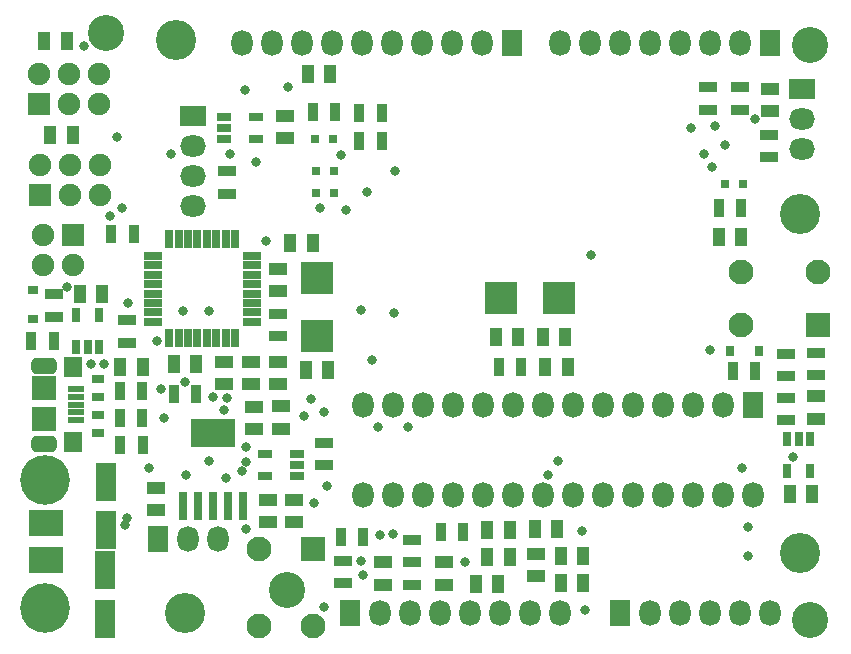
<source format=gts>
G04*
G04 #@! TF.GenerationSoftware,Altium Limited,Altium Designer,20.1.7 (139)*
G04*
G04 Layer_Color=8388736*
%FSLAX44Y44*%
%MOMM*%
G71*
G04*
G04 #@! TF.SameCoordinates,E8198626-57D4-45C4-B418-2AD32184AFD2*
G04*
G04*
G04 #@! TF.FilePolarity,Negative*
G04*
G01*
G75*
%ADD37C,3.0480*%
%ADD38R,0.7588X0.8858*%
%ADD39R,2.1000X2.1000*%
%ADD40R,1.6000X1.8000*%
%ADD41R,1.4500X0.5000*%
%ADD42R,0.8858X0.7588*%
%ADD43R,0.8000X0.8000*%
%ADD44R,1.5000X0.9000*%
%ADD45R,1.5000X1.1000*%
%ADD46R,0.9000X1.5000*%
%ADD47R,1.2000X0.7500*%
%ADD48R,0.6700X1.6200*%
%ADD49R,1.1000X1.5000*%
%ADD50R,0.7500X1.2000*%
%ADD51R,1.6200X0.6700*%
%ADD52R,1.1000X0.8000*%
%ADD53R,3.7000X2.4000*%
%ADD54R,1.8000X3.2000*%
%ADD55R,0.8000X2.4000*%
%ADD56R,2.7000X2.8000*%
%ADD57R,2.8000X2.7000*%
%ADD58R,2.9000X2.2000*%
%ADD59O,1.8000X2.2000*%
%ADD60R,1.8000X2.2000*%
%ADD61C,3.4000*%
G04:AMPARAMS|DCode=62|XSize=2.2mm|YSize=1.4mm|CornerRadius=0.46mm|HoleSize=0mm|Usage=FLASHONLY|Rotation=0.000|XOffset=0mm|YOffset=0mm|HoleType=Round|Shape=RoundedRectangle|*
%AMROUNDEDRECTD62*
21,1,2.2000,0.4800,0,0,0.0*
21,1,1.2800,1.4000,0,0,0.0*
1,1,0.9200,0.6400,-0.2400*
1,1,0.9200,-0.6400,-0.2400*
1,1,0.9200,-0.6400,0.2400*
1,1,0.9200,0.6400,0.2400*
%
%ADD62ROUNDEDRECTD62*%
%ADD63C,2.1000*%
%ADD64R,2.1000X2.1000*%
%ADD65R,1.9000X1.9000*%
%ADD66C,1.9000*%
%ADD67O,2.2000X1.8000*%
%ADD68R,2.2000X1.8000*%
%ADD69C,4.2000*%
%ADD70C,0.8000*%
D37*
X72500Y516500D02*
D03*
X669000Y506000D02*
D03*
X226000Y45000D02*
D03*
X669000Y20000D02*
D03*
D38*
X600808Y247500D02*
D03*
X625192D02*
D03*
D39*
X20500Y190000D02*
D03*
Y216000D02*
D03*
X247500Y79500D02*
D03*
D40*
X45000Y170000D02*
D03*
Y234000D02*
D03*
D41*
X47250Y189000D02*
D03*
Y195500D02*
D03*
Y202000D02*
D03*
Y208500D02*
D03*
Y215000D02*
D03*
D42*
X10500Y274808D02*
D03*
Y299192D02*
D03*
D43*
X596500Y389000D02*
D03*
X611500D02*
D03*
X264500Y427000D02*
D03*
X249500D02*
D03*
X250500Y400000D02*
D03*
X265500D02*
D03*
Y381000D02*
D03*
X250500D02*
D03*
D44*
X674000Y246000D02*
D03*
Y227000D02*
D03*
X273000Y69500D02*
D03*
X257000Y150500D02*
D03*
X634000Y430500D02*
D03*
X28500Y276500D02*
D03*
X257000Y169500D02*
D03*
X582000Y470500D02*
D03*
X609000D02*
D03*
X634000Y411500D02*
D03*
X648000Y245000D02*
D03*
Y188500D02*
D03*
X609000Y451500D02*
D03*
X582000D02*
D03*
X175000Y380500D02*
D03*
X90000Y273500D02*
D03*
X218440Y278740D02*
D03*
Y259740D02*
D03*
X332000Y87500D02*
D03*
Y68500D02*
D03*
D03*
X273000Y50500D02*
D03*
X648000Y226000D02*
D03*
X28500Y295500D02*
D03*
X648000Y207500D02*
D03*
X90000Y254500D02*
D03*
X175000Y399500D02*
D03*
X332000Y49500D02*
D03*
D45*
X673500Y190000D02*
D03*
Y209000D02*
D03*
X232000Y102500D02*
D03*
X635000Y469500D02*
D03*
X232000Y121500D02*
D03*
X307000Y68500D02*
D03*
X359000D02*
D03*
X224000Y446500D02*
D03*
X218440Y316840D02*
D03*
X195580Y219100D02*
D03*
X218440D02*
D03*
X172720D02*
D03*
X221000Y200500D02*
D03*
X115000Y131500D02*
D03*
X210000Y121500D02*
D03*
X635000Y450500D02*
D03*
X115000Y112500D02*
D03*
X172720Y238100D02*
D03*
X436880Y56540D02*
D03*
X198120Y181000D02*
D03*
X221000Y181500D02*
D03*
X224000Y427500D02*
D03*
X307000Y49500D02*
D03*
X436880Y75540D02*
D03*
X198120Y200000D02*
D03*
X218440Y297840D02*
D03*
X195580Y238100D02*
D03*
X218440D02*
D03*
X359000Y49500D02*
D03*
X210000Y102500D02*
D03*
D46*
X290500Y90000D02*
D03*
X271500D02*
D03*
X103480Y190500D02*
D03*
Y213360D02*
D03*
X356260Y93980D02*
D03*
X375260D02*
D03*
X103500Y168000D02*
D03*
X9500Y256000D02*
D03*
X287000Y425000D02*
D03*
Y449000D02*
D03*
X266500Y450000D02*
D03*
X610500Y368000D02*
D03*
X84500Y168000D02*
D03*
X84480Y190500D02*
D03*
Y213360D02*
D03*
X603500Y230000D02*
D03*
X405180Y233680D02*
D03*
X424180D02*
D03*
X77000Y346000D02*
D03*
X96000D02*
D03*
X28500Y256000D02*
D03*
X591500Y368000D02*
D03*
X247500Y450000D02*
D03*
X622500Y230000D02*
D03*
X306000Y425000D02*
D03*
Y449000D02*
D03*
X149200Y210820D02*
D03*
X130200D02*
D03*
D47*
X234500Y151000D02*
D03*
Y160500D02*
D03*
X172500Y436000D02*
D03*
Y426500D02*
D03*
X207500Y141500D02*
D03*
X199500Y445500D02*
D03*
X234500Y141500D02*
D03*
X172500Y445500D02*
D03*
X207500Y160500D02*
D03*
X199500Y426500D02*
D03*
D48*
X158000Y258000D02*
D03*
X166000D02*
D03*
X150000D02*
D03*
X182000Y342000D02*
D03*
X166000D02*
D03*
X174000D02*
D03*
X150000D02*
D03*
X134000D02*
D03*
X126000D02*
D03*
X174000Y258000D02*
D03*
X182000D02*
D03*
X142000D02*
D03*
X158000Y342000D02*
D03*
X142000D02*
D03*
X126000Y258000D02*
D03*
X134000D02*
D03*
D49*
X421640Y259080D02*
D03*
X444500Y233680D02*
D03*
X262500Y482000D02*
D03*
X610500Y344000D02*
D03*
X228500Y339000D02*
D03*
X461620Y259080D02*
D03*
X670500Y126000D02*
D03*
X454660Y96520D02*
D03*
X457860Y73660D02*
D03*
X395500Y96000D02*
D03*
X241960Y231140D02*
D03*
X404500Y50000D02*
D03*
X395500Y73000D02*
D03*
X50500Y295500D02*
D03*
X149200Y236220D02*
D03*
X103500Y234000D02*
D03*
X39500Y510000D02*
D03*
X44500Y430000D02*
D03*
X402640Y259080D02*
D03*
X442620D02*
D03*
X84500Y234000D02*
D03*
X247500Y339000D02*
D03*
X260960Y231140D02*
D03*
X435660Y96520D02*
D03*
X243500Y482000D02*
D03*
X385500Y50000D02*
D03*
X457860Y50800D02*
D03*
X591500Y344000D02*
D03*
X69500Y295500D02*
D03*
X651500Y126000D02*
D03*
X20500Y510000D02*
D03*
X25500Y430000D02*
D03*
X476860Y50800D02*
D03*
X463500Y233680D02*
D03*
X476860Y73660D02*
D03*
X414500Y96000D02*
D03*
Y73000D02*
D03*
X130200Y236220D02*
D03*
D50*
X668500Y172500D02*
D03*
X47500Y250500D02*
D03*
X668500Y145500D02*
D03*
X659000Y172500D02*
D03*
X649500D02*
D03*
X47500Y277500D02*
D03*
X57000Y250500D02*
D03*
X66500D02*
D03*
X649500Y145500D02*
D03*
X66500Y277500D02*
D03*
D51*
X196000Y288000D02*
D03*
Y328000D02*
D03*
X112000Y272000D02*
D03*
Y296000D02*
D03*
Y304000D02*
D03*
Y312000D02*
D03*
Y320000D02*
D03*
Y328000D02*
D03*
X196000Y280000D02*
D03*
Y272000D02*
D03*
Y296000D02*
D03*
X112000Y288000D02*
D03*
Y280000D02*
D03*
X196000Y304000D02*
D03*
Y312000D02*
D03*
Y320000D02*
D03*
D52*
X66040Y223280D02*
D03*
Y178040D02*
D03*
Y193040D02*
D03*
Y208280D02*
D03*
D53*
X163000Y178000D02*
D03*
D54*
X73000Y136500D02*
D03*
X72000Y20500D02*
D03*
Y61500D02*
D03*
X73000Y95500D02*
D03*
D55*
X163000Y116000D02*
D03*
X150300D02*
D03*
X137600D02*
D03*
X188400D02*
D03*
X175700D02*
D03*
D56*
X407300Y292100D02*
D03*
X456300D02*
D03*
D57*
X251460Y308980D02*
D03*
Y259980D02*
D03*
D58*
X22000Y70000D02*
D03*
Y102000D02*
D03*
D59*
X290450Y125730D02*
D03*
X315850D02*
D03*
X341250D02*
D03*
X366650D02*
D03*
X392050D02*
D03*
X417450D02*
D03*
X442850D02*
D03*
X468250D02*
D03*
X493650D02*
D03*
X519050D02*
D03*
X544450D02*
D03*
X569850D02*
D03*
X595250D02*
D03*
X620650D02*
D03*
X290450Y201930D02*
D03*
X315850D02*
D03*
X341250D02*
D03*
X366650D02*
D03*
X392050D02*
D03*
X417450D02*
D03*
X442850D02*
D03*
X468250D02*
D03*
X493650D02*
D03*
X519050D02*
D03*
X544450D02*
D03*
X569850D02*
D03*
X595250D02*
D03*
X365760Y508000D02*
D03*
X289560D02*
D03*
X340360D02*
D03*
X314960D02*
D03*
X391160D02*
D03*
X457200D02*
D03*
X482600D02*
D03*
X508000D02*
D03*
X533400D02*
D03*
X558800D02*
D03*
X584200D02*
D03*
X609600D02*
D03*
X264160D02*
D03*
X431800Y25400D02*
D03*
X406400D02*
D03*
X187960Y508000D02*
D03*
X635000Y25400D02*
D03*
X213360Y508000D02*
D03*
X609600Y25400D02*
D03*
X584200D02*
D03*
X558800D02*
D03*
X533400D02*
D03*
X330200D02*
D03*
X238760Y508000D02*
D03*
X381000Y25400D02*
D03*
X141600Y88000D02*
D03*
X304800Y25400D02*
D03*
X167000Y88000D02*
D03*
X355600Y25400D02*
D03*
X457200D02*
D03*
D60*
X620650Y201930D02*
D03*
X416560Y508000D02*
D03*
X635000D02*
D03*
X508000Y25400D02*
D03*
X116200Y88000D02*
D03*
X279400Y25400D02*
D03*
D61*
X132000Y510500D02*
D03*
X660000Y363500D02*
D03*
X660400Y76200D02*
D03*
X139700Y25400D02*
D03*
D62*
X20500Y169000D02*
D03*
Y235000D02*
D03*
D63*
X675500Y314000D02*
D03*
X610500D02*
D03*
Y269000D02*
D03*
X247500Y14500D02*
D03*
X202500D02*
D03*
Y79500D02*
D03*
D64*
X675500Y269000D02*
D03*
D65*
X45000Y345400D02*
D03*
X15600Y456500D02*
D03*
X16700Y379100D02*
D03*
D66*
X19600Y345400D02*
D03*
X45000Y320000D02*
D03*
X19600D02*
D03*
X41000Y456500D02*
D03*
Y481900D02*
D03*
X67500Y404500D02*
D03*
X66400Y481900D02*
D03*
Y456500D02*
D03*
X42100Y379100D02*
D03*
Y404500D02*
D03*
X67500Y379100D02*
D03*
X16700Y404500D02*
D03*
X15600Y481900D02*
D03*
D67*
X662000Y418200D02*
D03*
Y443600D02*
D03*
X146000Y369800D02*
D03*
Y420600D02*
D03*
Y395200D02*
D03*
D68*
X662000Y469000D02*
D03*
X146000Y446000D02*
D03*
D69*
X21000Y138000D02*
D03*
Y30000D02*
D03*
D70*
X191101Y96500D02*
D03*
X119500Y215000D02*
D03*
X455500Y154500D02*
D03*
X654500Y158000D02*
D03*
X172500Y197000D02*
D03*
X70500Y236500D02*
D03*
X59500D02*
D03*
X259314Y133399D02*
D03*
X187500Y146000D02*
D03*
X191293Y153044D02*
D03*
X174281Y139887D02*
D03*
X257000Y30500D02*
D03*
X88654Y99846D02*
D03*
X140000Y142000D02*
D03*
X109000Y148500D02*
D03*
X121500Y190500D02*
D03*
X115500Y255646D02*
D03*
X91500Y288000D02*
D03*
X86500Y368500D02*
D03*
X254000D02*
D03*
X275500Y366500D02*
D03*
X288700Y69700D02*
D03*
X290500Y58000D02*
D03*
X586000Y403000D02*
D03*
X483000Y329000D02*
D03*
X208000Y340500D02*
D03*
X39379Y301414D02*
D03*
X248500Y119000D02*
D03*
X138000Y281000D02*
D03*
X160000Y154500D02*
D03*
X174789Y207132D02*
D03*
X139500Y221000D02*
D03*
X159500Y281000D02*
D03*
X163000Y208500D02*
D03*
X246000Y206500D02*
D03*
X288500Y282000D02*
D03*
X316500Y279621D02*
D03*
X227000Y471000D02*
D03*
X190000Y468500D02*
D03*
X82000Y428500D02*
D03*
X54000Y505500D02*
D03*
X376500Y69000D02*
D03*
X446500Y142000D02*
D03*
X475250Y94558D02*
D03*
X616000Y73500D02*
D03*
X478000Y28000D02*
D03*
X584000Y248500D02*
D03*
X616000Y98500D02*
D03*
X293500Y382000D02*
D03*
X317000Y400000D02*
D03*
X567500Y436000D02*
D03*
X578500Y414000D02*
D03*
X199500Y407500D02*
D03*
X177500Y414500D02*
D03*
X127500Y414500D02*
D03*
X191500Y166000D02*
D03*
X240500Y192500D02*
D03*
X315500Y92000D02*
D03*
X304500Y91500D02*
D03*
X76000Y362000D02*
D03*
X257000Y195500D02*
D03*
X90500Y106000D02*
D03*
X271345Y413152D02*
D03*
X622000Y444000D02*
D03*
X588000Y438000D02*
D03*
X596846Y421654D02*
D03*
X611000Y148500D02*
D03*
X328000Y183000D02*
D03*
X303000D02*
D03*
X297500Y239500D02*
D03*
M02*

</source>
